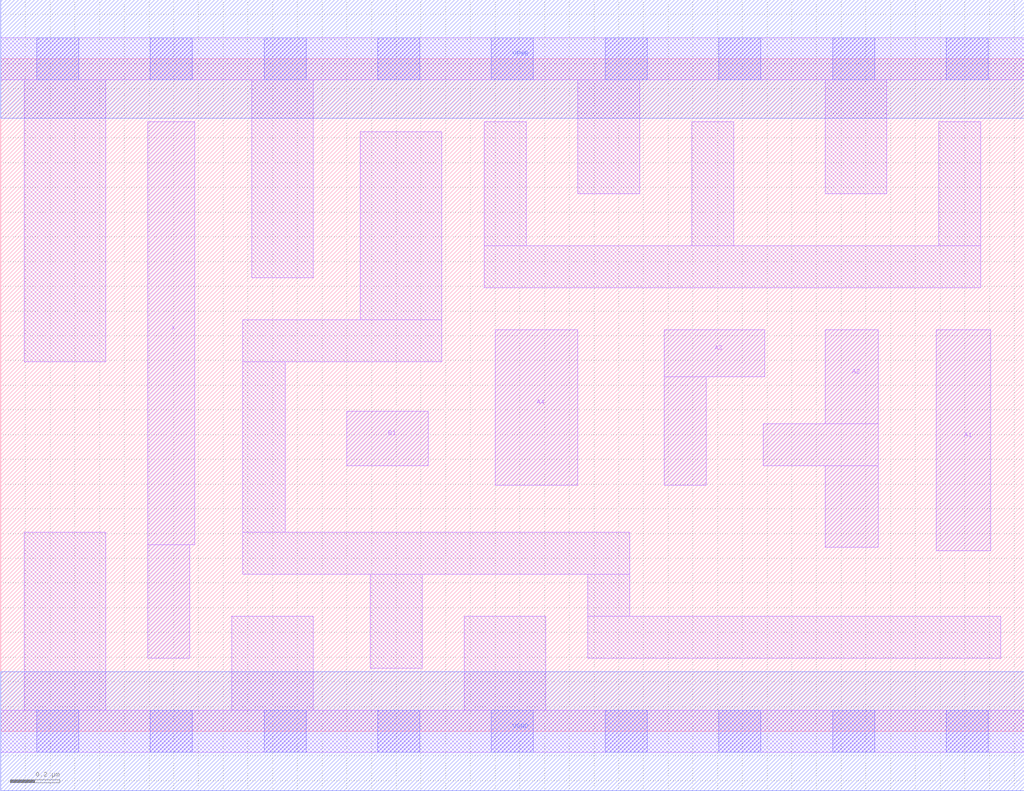
<source format=lef>
# Copyright 2020 The SkyWater PDK Authors
#
# Licensed under the Apache License, Version 2.0 (the "License");
# you may not use this file except in compliance with the License.
# You may obtain a copy of the License at
#
#     https://www.apache.org/licenses/LICENSE-2.0
#
# Unless required by applicable law or agreed to in writing, software
# distributed under the License is distributed on an "AS IS" BASIS,
# WITHOUT WARRANTIES OR CONDITIONS OF ANY KIND, either express or implied.
# See the License for the specific language governing permissions and
# limitations under the License.
#
# SPDX-License-Identifier: Apache-2.0

VERSION 5.7 ;
  NOWIREEXTENSIONATPIN ON ;
  DIVIDERCHAR "/" ;
  BUSBITCHARS "[]" ;
UNITS
  DATABASE MICRONS 200 ;
END UNITS
MACRO sky130_fd_sc_hd__a41o_2
  CLASS CORE ;
  FOREIGN sky130_fd_sc_hd__a41o_2 ;
  ORIGIN  0.000000  0.000000 ;
  SIZE  4.140000 BY  2.720000 ;
  SYMMETRY X Y R90 ;
  SITE unithd ;
  PIN A1
    ANTENNAGATEAREA  0.247500 ;
    DIRECTION INPUT ;
    USE SIGNAL ;
    PORT
      LAYER li1 ;
        RECT 3.785000 0.730000 4.005000 1.625000 ;
    END
  END A1
  PIN A2
    ANTENNAGATEAREA  0.247500 ;
    DIRECTION INPUT ;
    USE SIGNAL ;
    PORT
      LAYER li1 ;
        RECT 3.085000 1.075000 3.550000 1.245000 ;
        RECT 3.335000 0.745000 3.550000 1.075000 ;
        RECT 3.335000 1.245000 3.550000 1.625000 ;
    END
  END A2
  PIN A3
    ANTENNAGATEAREA  0.247500 ;
    DIRECTION INPUT ;
    USE SIGNAL ;
    PORT
      LAYER li1 ;
        RECT 2.685000 0.995000 2.855000 1.435000 ;
        RECT 2.685000 1.435000 3.090000 1.625000 ;
    END
  END A3
  PIN A4
    ANTENNAGATEAREA  0.247500 ;
    DIRECTION INPUT ;
    USE SIGNAL ;
    PORT
      LAYER li1 ;
        RECT 2.000000 0.995000 2.335000 1.625000 ;
    END
  END A4
  PIN B1
    ANTENNAGATEAREA  0.247500 ;
    DIRECTION INPUT ;
    USE SIGNAL ;
    PORT
      LAYER li1 ;
        RECT 1.400000 1.075000 1.730000 1.295000 ;
    END
  END B1
  PIN X
    ANTENNADIFFAREA  0.445500 ;
    DIRECTION OUTPUT ;
    USE SIGNAL ;
    PORT
      LAYER li1 ;
        RECT 0.595000 0.295000 0.765000 0.755000 ;
        RECT 0.595000 0.755000 0.785000 2.465000 ;
    END
  END X
  PIN VGND
    DIRECTION INOUT ;
    SHAPE ABUTMENT ;
    USE GROUND ;
    PORT
      LAYER met1 ;
        RECT 0.000000 -0.240000 4.140000 0.240000 ;
    END
  END VGND
  PIN VPWR
    DIRECTION INOUT ;
    SHAPE ABUTMENT ;
    USE POWER ;
    PORT
      LAYER met1 ;
        RECT 0.000000 2.480000 4.140000 2.960000 ;
    END
  END VPWR
  OBS
    LAYER li1 ;
      RECT 0.000000 -0.085000 4.140000 0.085000 ;
      RECT 0.000000  2.635000 4.140000 2.805000 ;
      RECT 0.095000  0.085000 0.425000 0.805000 ;
      RECT 0.095000  1.495000 0.425000 2.635000 ;
      RECT 0.935000  0.085000 1.265000 0.465000 ;
      RECT 0.980000  0.635000 2.545000 0.805000 ;
      RECT 0.980000  0.805000 1.150000 1.495000 ;
      RECT 0.980000  1.495000 1.785000 1.665000 ;
      RECT 1.015000  1.835000 1.265000 2.635000 ;
      RECT 1.455000  1.665000 1.785000 2.425000 ;
      RECT 1.495000  0.255000 1.705000 0.635000 ;
      RECT 1.875000  0.085000 2.205000 0.465000 ;
      RECT 1.955000  1.795000 3.965000 1.965000 ;
      RECT 1.955000  1.965000 2.125000 2.465000 ;
      RECT 2.335000  2.175000 2.585000 2.635000 ;
      RECT 2.375000  0.295000 4.045000 0.465000 ;
      RECT 2.375000  0.465000 2.545000 0.635000 ;
      RECT 2.795000  1.965000 2.965000 2.465000 ;
      RECT 3.335000  2.175000 3.585000 2.635000 ;
      RECT 3.795000  1.965000 3.965000 2.465000 ;
    LAYER mcon ;
      RECT 0.145000 -0.085000 0.315000 0.085000 ;
      RECT 0.145000  2.635000 0.315000 2.805000 ;
      RECT 0.605000 -0.085000 0.775000 0.085000 ;
      RECT 0.605000  2.635000 0.775000 2.805000 ;
      RECT 1.065000 -0.085000 1.235000 0.085000 ;
      RECT 1.065000  2.635000 1.235000 2.805000 ;
      RECT 1.525000 -0.085000 1.695000 0.085000 ;
      RECT 1.525000  2.635000 1.695000 2.805000 ;
      RECT 1.985000 -0.085000 2.155000 0.085000 ;
      RECT 1.985000  2.635000 2.155000 2.805000 ;
      RECT 2.445000 -0.085000 2.615000 0.085000 ;
      RECT 2.445000  2.635000 2.615000 2.805000 ;
      RECT 2.905000 -0.085000 3.075000 0.085000 ;
      RECT 2.905000  2.635000 3.075000 2.805000 ;
      RECT 3.365000 -0.085000 3.535000 0.085000 ;
      RECT 3.365000  2.635000 3.535000 2.805000 ;
      RECT 3.825000 -0.085000 3.995000 0.085000 ;
      RECT 3.825000  2.635000 3.995000 2.805000 ;
  END
END sky130_fd_sc_hd__a41o_2
END LIBRARY

</source>
